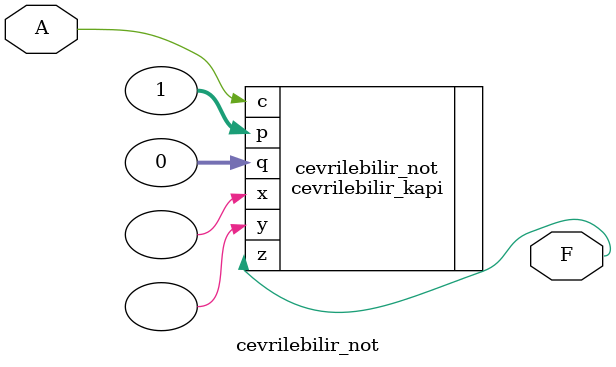
<source format=v>
`timescale 1ns / 1ps


module cevrilebilir_not(
    input A,
    output F
    );
    
    cevrilebilir_kapi cevrilebilir_not(.c(A),.p(1),.q(0),.z(F),.y(),.x());
endmodule

</source>
